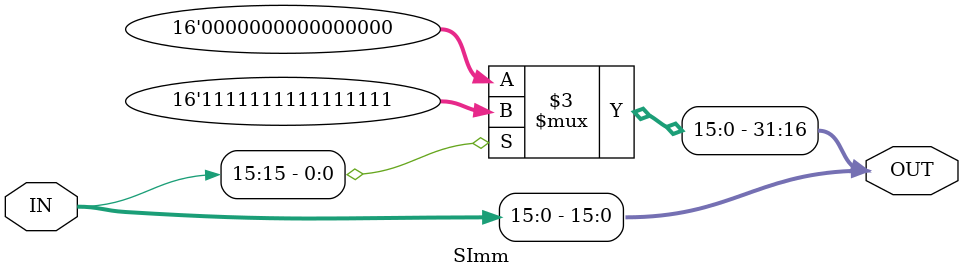
<source format=v>
`timescale 1ns / 1ps

module SImm(IN, OUT);
        input [15:0] IN;
        output reg [31:0] OUT;  
        
        
             
        always @(IN) begin
        OUT[15:0] = IN[15:0];
        if (IN[15]) OUT[31:16] <= 16'b 1111111111111111;
        else OUT[31:16] <= 16'b 0000000000000000; 
        end

endmodule

</source>
